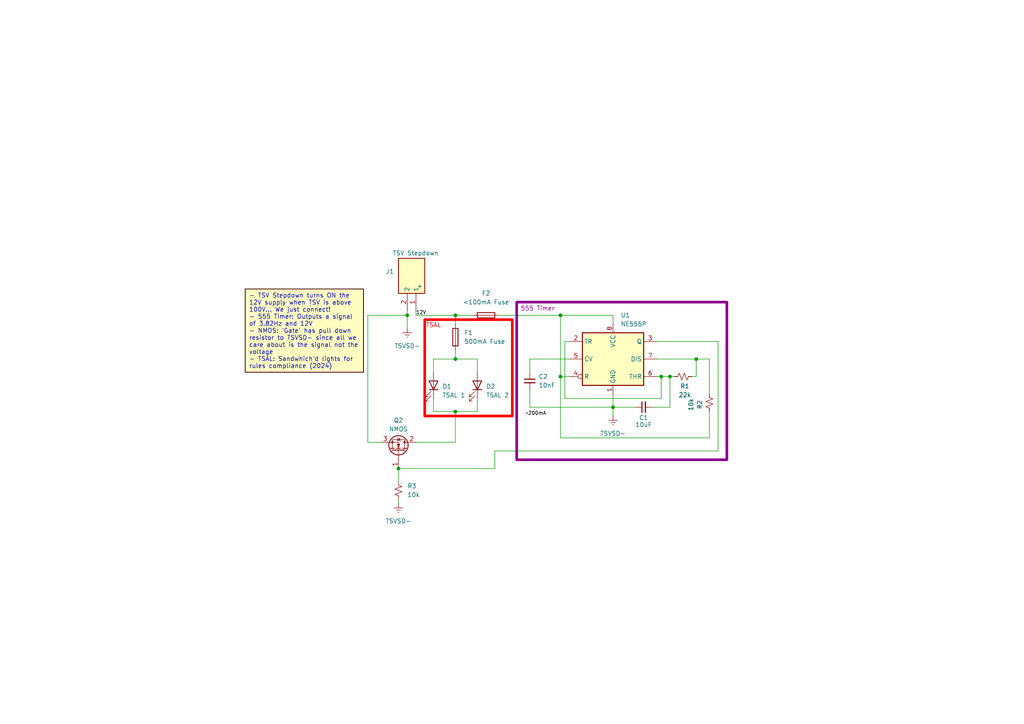
<source format=kicad_sch>
(kicad_sch (version 20231120) (generator "eeschema") (generator_version "8.0")
  (paper "A4")
  (lib_symbols
    (symbol "39-28-8020:39-28-8020"
      (property "Reference" "J?" (at 16.51 7.62 0))
      (property "Value" "39-28-8020" (at 16.51 5.08 0))
      (symbol "39-28-8020_1_1"
        (rectangle (start 5.08 2.54) (end 15.24 -5.08) (stroke (width 0.254)) (fill (type background)))
        (text "+" (at 7.112 1.016 0) (effects (font (size 1.27 1.27))))
        (pin passive line (at 0 0 0) (length 5.08) (name "1") (number "1"))
        (pin passive line (at 0 -2.54 0) (length 5.08) (name "2") (number "2"))
      )
    )
    (symbol "Device:C_Small" (pin_numbers hide) (pin_names (offset 0.254) hide)
      (property "Reference" "C" (at 0.254 1.778 0))
      (property "Value" "C_Small" (at 0.254 -2.032 0))
      (symbol "C_Small_0_1"
        (polyline (pts (xy -1.524 -0.508) (xy 1.524 -0.508)) (stroke (width 0.3302)))
        (polyline (pts (xy -1.524 0.508) (xy 1.524 0.508)) (stroke (width 0.3048)))
      )
      (symbol "C_Small_1_1"
        (pin passive line (at 0 2.54 270) (length 2.032) (name "~") (number "1"))
        (pin passive line (at 0 -2.54 90) (length 2.032) (name "~") (number "2"))
      )
    )
    (symbol "Device:Fuse" (pin_numbers hide) (pin_names (offset 0))
      (property "Reference" "F" (at 2.032 0 90))
      (property "Value" "Fuse" (at -1.905 0 90))
      (symbol "Fuse_0_1"
        (rectangle (start -0.762 -2.54) (end 0.762 2.54) (stroke (width 0.254)))
        (polyline (pts (xy 0 2.54) (xy 0 -2.54)))
      )
      (symbol "Fuse_1_1"
        (pin passive line (at 0 3.81 270) (length 1.27) (name "~") (number "1"))
        (pin passive line (at 0 -3.81 90) (length 1.27) (name "~") (number "2"))
      )
    )
    (symbol "Device:LED" (pin_numbers hide) (pin_names (offset 1.016) hide)
      (property "Reference" "D" (at 0 2.54 0))
      (property "Value" "LED" (at 0 -2.54 0))
      (symbol "LED_0_1"
        (polyline (pts (xy -1.27 -1.27) (xy -1.27 1.27)) (stroke (width 0.254)))
        (polyline (pts (xy -1.27 0) (xy 1.27 0)))
        (polyline (pts (xy 1.27 -1.27) (xy 1.27 1.27) (xy -1.27 0) (xy 1.27 -1.27)) (stroke (width 0.254)))
        (polyline (pts (xy -3.048 -0.762) (xy -4.572 -2.286) (xy -3.81 -2.286) (xy -4.572 -2.286) (xy -4.572 -1.524)))
        (polyline (pts (xy -1.778 -0.762) (xy -3.302 -2.286) (xy -2.54 -2.286) (xy -3.302 -2.286) (xy -3.302 -1.524)))
      )
      (symbol "LED_1_1"
        (pin passive line (at -3.81 0 0) (length 2.54) (name "K") (number "1"))
        (pin passive line (at 3.81 0 180) (length 2.54) (name "A") (number "2"))
      )
    )
    (symbol "Device:Q_NMOS_GDS" (pin_names (offset 0) hide)
      (property "Reference" "Q" (at 5.08 1.27 0))
      (property "Value" "Q_NMOS_GDS" (at 5.08 -1.27 0))
      (symbol "Q_NMOS_GDS_0_1"
        (polyline (pts (xy 0.254 0) (xy -2.54 0)))
        (polyline (pts (xy 0.254 1.905) (xy 0.254 -1.905)) (stroke (width 0.254)))
        (polyline (pts (xy 0.762 -1.27) (xy 0.762 -2.286)) (stroke (width 0.254)))
        (polyline (pts (xy 0.762 0.508) (xy 0.762 -0.508)) (stroke (width 0.254)))
        (polyline (pts (xy 0.762 2.286) (xy 0.762 1.27)) (stroke (width 0.254)))
        (polyline (pts (xy 2.54 2.54) (xy 2.54 1.778)))
        (polyline (pts (xy 2.54 -2.54) (xy 2.54 0) (xy 0.762 0)))
        (polyline (pts (xy 0.762 -1.778) (xy 3.302 -1.778) (xy 3.302 1.778) (xy 0.762 1.778)))
        (polyline (pts (xy 1.016 0) (xy 2.032 0.381) (xy 2.032 -0.381) (xy 1.016 0)) (fill (type outline)))
        (polyline (pts (xy 2.794 0.508) (xy 2.921 0.381) (xy 3.683 0.381) (xy 3.81 0.254)))
        (polyline (pts (xy 3.302 0.381) (xy 2.921 -0.254) (xy 3.683 -0.254) (xy 3.302 0.381)))
        (circle (center 1.651 0) (radius 2.794) (stroke (width 0.254)))
        (circle (center 2.54 -1.778) (radius 0.254) (fill (type outline)))
        (circle (center 2.54 1.778) (radius 0.254) (fill (type outline)))
      )
      (symbol "Q_NMOS_GDS_1_1"
        (pin input line (at -5.08 0 0) (length 2.54) (name "G") (number "1"))
        (pin passive line (at 2.54 5.08 270) (length 2.54) (name "D") (number "2"))
        (pin passive line (at 2.54 -5.08 90) (length 2.54) (name "S") (number "3"))
      )
    )
    (symbol "Device:R_Small_US" (pin_numbers hide) (pin_names (offset 0.254) hide)
      (property "Reference" "R" (at 0.762 0.508 0))
      (property "Value" "R_Small_US" (at 0.762 -1.016 0))
      (symbol "R_Small_US_1_1"
        (polyline (pts (xy 0 0) (xy 1.016 -0.381) (xy 0 -0.762) (xy -1.016 -1.143) (xy 0 -1.524)))
        (polyline (pts (xy 0 1.524) (xy 1.016 1.143) (xy 0 0.762) (xy -1.016 0.381) (xy 0 0)))
        (pin passive line (at 0 2.54 270) (length 1.016) (name "~") (number "1"))
        (pin passive line (at 0 -2.54 90) (length 1.016) (name "~") (number "2"))
      )
    )
    (symbol "Timer:NE555P"
      (property "Reference" "U" (at -10.16 8.89 0))
      (property "Value" "NE555P" (at 2.54 8.89 0))
      (symbol "NE555P_0_0"
        (pin power_in line (at 0 -10.16 90) (length 2.54) (name "GND") (number "1"))
        (pin power_in line (at 0 10.16 270) (length 2.54) (name "VCC") (number "8"))
      )
      (symbol "NE555P_0_1"
        (rectangle (start -8.89 -7.62) (end 8.89 7.62) (stroke (width 0.254)) (fill (type background)))
        (rectangle (start -8.89 -7.62) (end 8.89 7.62) (stroke (width 0.254)) (fill (type background)))
      )
      (symbol "NE555P_1_1"
        (pin input line (at -12.7 5.08 0) (length 3.81) (name "TR") (number "2"))
        (pin output line (at 12.7 5.08 180) (length 3.81) (name "Q") (number "3"))
        (pin input inverted (at -12.7 -5.08 0) (length 3.81) (name "R") (number "4"))
        (pin input line (at -12.7 0 0) (length 3.81) (name "CV") (number "5"))
        (pin input line (at 12.7 -5.08 180) (length 3.81) (name "THR") (number "6"))
        (pin input line (at 12.7 0 180) (length 3.81) (name "DIS") (number "7"))
      )
    )
    (symbol "power:GNDREF" (power) (pin_numbers hide) (pin_names (offset 0) hide)
      (property "Value" "GNDREF" (at 0 -3.81 0))
      (symbol "GNDREF_0_1"
        (polyline (pts (xy -0.635 -1.905) (xy 0.635 -1.905)))
        (polyline (pts (xy -0.127 -2.54) (xy 0.127 -2.54)))
        (polyline (pts (xy 0 -1.27) (xy 0 0)))
        (polyline (pts (xy 1.27 -1.27) (xy -1.27 -1.27)))
      )
      (symbol "GNDREF_1_1"
        (pin power_in line (at 0 0 270) (length 0) (name "~") (number "1"))
      )
    )
  )
  (junction (at 118.11 91.44))
  (junction (at 201.93 104.14))
  (junction (at 115.57 135.89))
  (junction (at 162.56 109.22))
  (junction (at 132.08 119.38))
  (junction (at 194.31 109.22))
  (junction (at 132.08 104.14))
  (junction (at 177.8 118.11))
  (junction (at 162.56 91.44))
  (junction (at 191.77 109.22))
  (junction (at 132.08 91.44))
  (wire (pts (xy 190.5 104.14) (xy 201.93 104.14)))
  (wire (pts (xy 208.28 99.06) (xy 208.28 130.81)))
  (wire (pts (xy 106.68 91.44) (xy 118.11 91.44)))
  (wire (pts (xy 163.83 115.57) (xy 191.77 115.57)))
  (wire (pts (xy 153.67 104.14) (xy 153.67 107.95)))
  (wire (pts (xy 163.83 99.06) (xy 163.83 115.57)))
  (wire (pts (xy 125.73 115.57) (xy 125.73 119.38)))
  (wire (pts (xy 132.08 119.38) (xy 138.43 119.38)))
  (wire (pts (xy 165.1 99.06) (xy 163.83 99.06)))
  (wire (pts (xy 153.67 113.03) (xy 153.67 118.11)))
  (wire (pts (xy 138.43 104.14) (xy 138.43 107.95)))
  (wire (pts (xy 118.11 90.17) (xy 118.11 91.44)))
  (wire (pts (xy 118.11 91.44) (xy 118.11 95.25)))
  (wire (pts (xy 132.08 119.38) (xy 132.08 128.27)))
  (wire (pts (xy 205.74 104.14) (xy 205.74 114.3)))
  (wire (pts (xy 120.65 128.27) (xy 132.08 128.27)))
  (wire (pts (xy 125.73 119.38) (xy 132.08 119.38)))
  (wire (pts (xy 201.93 109.22) (xy 200.66 109.22)))
  (wire (pts (xy 115.57 135.89) (xy 143.51 135.89)))
  (wire (pts (xy 132.08 91.44) (xy 132.08 93.98)))
  (wire (pts (xy 132.08 91.44) (xy 137.16 91.44)))
  (wire (pts (xy 120.65 91.44) (xy 132.08 91.44)))
  (wire (pts (xy 191.77 109.22) (xy 191.77 115.57)))
  (wire (pts (xy 191.77 109.22) (xy 194.31 109.22)))
  (wire (pts (xy 195.58 109.22) (xy 194.31 109.22)))
  (wire (pts (xy 115.57 135.89) (xy 115.57 139.7)))
  (wire (pts (xy 115.57 146.05) (xy 115.57 144.78)))
  (wire (pts (xy 106.68 128.27) (xy 106.68 91.44)))
  (wire (pts (xy 162.56 109.22) (xy 162.56 91.44)))
  (wire (pts (xy 177.8 114.3) (xy 177.8 118.11)))
  (wire (pts (xy 201.93 104.14) (xy 205.74 104.14)))
  (wire (pts (xy 189.23 118.11) (xy 194.31 118.11)))
  (wire (pts (xy 190.5 99.06) (xy 208.28 99.06)))
  (wire (pts (xy 194.31 109.22) (xy 194.31 118.11)))
  (wire (pts (xy 205.74 127) (xy 162.56 127)))
  (wire (pts (xy 138.43 115.57) (xy 138.43 119.38)))
  (wire (pts (xy 143.51 130.81) (xy 143.51 135.89)))
  (wire (pts (xy 177.8 118.11) (xy 184.15 118.11)))
  (wire (pts (xy 162.56 109.22) (xy 165.1 109.22)))
  (wire (pts (xy 205.74 119.38) (xy 205.74 127)))
  (wire (pts (xy 144.78 91.44) (xy 162.56 91.44)))
  (wire (pts (xy 132.08 104.14) (xy 138.43 104.14)))
  (wire (pts (xy 110.49 128.27) (xy 106.68 128.27)))
  (wire (pts (xy 177.8 91.44) (xy 177.8 93.98)))
  (wire (pts (xy 143.51 130.81) (xy 208.28 130.81)))
  (wire (pts (xy 162.56 91.44) (xy 177.8 91.44)))
  (wire (pts (xy 191.77 109.22) (xy 190.5 109.22)))
  (wire (pts (xy 165.1 104.14) (xy 153.67 104.14)))
  (wire (pts (xy 153.67 118.11) (xy 177.8 118.11)))
  (wire (pts (xy 132.08 101.6) (xy 132.08 104.14)))
  (wire (pts (xy 201.93 104.14) (xy 201.93 109.22)))
  (wire (pts (xy 125.73 104.14) (xy 125.73 107.95)))
  (wire (pts (xy 125.73 104.14) (xy 132.08 104.14)))
  (wire (pts (xy 177.8 118.11) (xy 177.8 120.65)))
  (wire (pts (xy 162.56 127) (xy 162.56 109.22)))
  (wire (pts (xy 120.65 90.17) (xy 120.65 91.44)))
  (rectangle (start 123.19 92.71) (end 148.59 120.65) (stroke (width 0.762) (color 255 0 0 1)))
  (rectangle (start 149.86 87.63) (end 210.82 133.35) (stroke (width 0.762) (color 132 0 132 1)))
  (text_box "- TSV Stepdown turns ON the 12V supply when TSV is above 100V... We just connect!\n- 555 Timer: Outputs a signal of 3.82Hz and 12V\n- NMOS: 'Gate' has pull down resistor to TSVSD- since all we care about is the signal not the voltage\n- TSAL: Sandwhich'd lights for rules compliance (2024)" (at 71.12 83.82 0) (size 34.29 24.13) (stroke (width 0.254) (color 72 0 0 1)) (fill (type color) (color 255 255 194 1)) (effects (font (size 1.27 1.27)) (justify left top)))
  (text "555 Timer" (at 155.956 89.662 0) (effects (font (size 1.27 1.27))))
  (text "TSAL" (at 125.73 94.488 0) (effects (font (size 1.27 1.27))))
  (label "12V" (at 120.65 91.44 0) (effects (font (size 1.016 1.016))))
  (label "~200mA" (at 152.4 120.65 0) (effects (font (size 1.016 1.016))))
  (symbol (lib_id "power:GNDREF") (at 115.57 146.05 0) (unit 1)
    (property "Reference" "#PWR02" (effects (hide yes)))
    (property "Value" "TSVSD-" (at 115.57 151.13 0))
    (property "Description" "Power symbol creates a global label with name \"GNDREF\" , reference supply ground" (effects (hide yes)))
  )
  (symbol (lib_id "Device:Fuse") (at 140.97 91.44 90) (unit 1)
    (property "Reference" "F2" (at 140.97 85.09 90))
    (property "Value" "<100mA Fuse" (at 140.97 87.63 90))
    (property "Footprint" "Fuse:Fuseholder_Cylinder-5x20mm_Schurter_0031_8201_Horizontal_Open" (effects (hide yes)))
    (property "Description" "Fuse" (effects (hide yes)))
  )
  (symbol (lib_id "39-28-8020:39-28-8020") (at 120.65 90.17 270) (mirror x) (unit 1)
    (property "Reference" "J1" (at 114.3 78.7399 90) (effects (justify right)))
    (property "Value" "TSV Stepdown" (at 127.254 73.406 90) (effects (justify right)))
    (property "Footprint" "Connector_Molex:Molex_Mini-Fit_Jr_5566-02A_2x01_P4.20mm_Vertical" (effects (hide yes)))
    (property "Datasheet" "https://www.molex.com/pdm_docs/sd/039281023_sd.pdf" (effects (hide yes)))
    (property "Description" "Header 4.20mm, dual row, vert, 2w, (sn) Molex MINI-FIT JR. Series, Series Number 5566, 4.2mm Pitch 2 Way 2 Row Shrouded Straight PCB Header, Through Hole" (effects (hide yes)))
    (property "Height" "12.8" (effects (hide yes)))
    (property "Mouser Part Number" "538-39-28-8020" (effects (hide yes)))
    (property "Mouser Price/Stock" "https://www.mouser.co.uk/ProductDetail/Molex/39-28-8020?qs=ZZBj1wiNDbnzWLcHr%2Fqwqw%3D%3D" (effects (hide yes)))
    (property "Manufacturer_Name" "Molex" (effects (hide yes)))
    (property "Manufacturer_Part_Number" "39-28-8020" (effects (hide yes)))
  )
  (symbol (lib_id "Device:R_Small_US") (at 115.57 142.24 0) (unit 1)
    (property "Reference" "R3" (at 118.11 140.9699 0) (effects (justify left)))
    (property "Value" "10k" (at 118.11 143.5099 0) (effects (justify left)))
    (property "Footprint" "Motorsport_Footprints:R_Axial_DIN0207_L6.3mm_D2.5mm_P7.62mm_Horizontal_Motorsport" (effects (hide yes)))
    (property "Description" "Resistor, small US symbol" (effects (hide yes)))
  )
  (symbol (lib_id "Device:C_Small") (at 186.69 118.11 90) (unit 1)
    (property "Reference" "C1" (at 186.69 121.158 90))
    (property "Value" "10uF" (at 186.69 123.19 90))
    (property "Footprint" "Capacitor_THT:CP_Radial_Tantal_D5.5mm_P5.00mm" (effects (hide yes)))
    (property "Description" "Unpolarized capacitor, small symbol" (effects (hide yes)))
  )
  (symbol (lib_id "Device:Q_NMOS_GDS") (at 115.57 130.81 270) (mirror x) (unit 1)
    (property "Reference" "Q2" (at 115.57 121.92 90))
    (property "Value" "NMOS" (at 115.57 124.46 90))
    (property "Footprint" "Motorsport_Footprints:FQ30N06L_Motorsport" (effects (hide yes)))
    (property "Description" "N-MOSFET transistor, gate/drain/source" (effects (hide yes)))
    (property "Sim.Device" "NMOS" (effects (hide yes)))
    (property "Sim.Type" "VDMOS" (effects (hide yes)))
    (property "Sim.Pins" "1=G 2=D 3=S" (effects (hide yes)))
  )
  (symbol (lib_id "Device:C_Small") (at 153.67 110.49 0) (unit 1)
    (property "Reference" "C2" (at 156.21 109.2262 0) (effects (justify left)))
    (property "Value" "10nF" (at 156.21 111.7662 0) (effects (justify left)))
    (property "Footprint" "Capacitor_THT:CP_Radial_Tantal_D5.5mm_P5.00mm" (effects (hide yes)))
    (property "Description" "Unpolarized capacitor, small symbol" (effects (hide yes)))
  )
  (symbol (lib_id "Timer:NE555P") (at 177.8 104.14 0) (unit 1)
    (property "Reference" "U1" (at 179.9941 91.44 0) (effects (justify left)))
    (property "Value" "NE555P" (at 179.9941 93.98 0) (effects (justify left)))
    (property "Footprint" "Package_DIP:DIP-8_W7.62mm" (effects (hide yes)))
    (property "Datasheet" "http://www.ti.com/lit/ds/symlink/ne555.pdf" (effects (hide yes)))
    (property "Description" "Precision Timers, 555 compatible,  PDIP-8" (effects (hide yes)))
  )
  (symbol (lib_id "Device:R_Small_US") (at 198.12 109.22 90) (unit 1)
    (property "Reference" "R1" (at 198.628 112.014 90))
    (property "Value" "22k" (at 198.628 114.554 90))
    (property "Footprint" "Motorsport_Footprints:R_Axial_DIN0207_L6.3mm_D2.5mm_P7.62mm_Horizontal_Motorsport" (effects (hide yes)))
    (property "Description" "Resistor, small US symbol" (effects (hide yes)))
  )
  (symbol (lib_id "Device:Fuse") (at 132.08 97.79 0) (unit 1)
    (property "Reference" "F1" (at 134.62 96.5199 0) (effects (justify left)))
    (property "Value" "500mA Fuse" (at 134.62 99.0599 0) (effects (justify left)))
    (property "Footprint" "Fuse:Fuseholder_Cylinder-5x20mm_Schurter_0031_8201_Horizontal_Open" (effects (hide yes)))
    (property "Description" "Fuse" (effects (hide yes)))
  )
  (symbol (lib_id "Device:R_Small_US") (at 205.74 116.84 0) (unit 1)
    (property "Reference" "R2" (at 202.946 117.348 90))
    (property "Value" "10k" (at 200.406 117.348 90))
    (property "Footprint" "Motorsport_Footprints:R_Axial_DIN0207_L6.3mm_D2.5mm_P7.62mm_Horizontal_Motorsport" (effects (hide yes)))
    (property "Description" "Resistor, small US symbol" (effects (hide yes)))
  )
  (symbol (lib_id "power:GNDREF") (at 177.8 120.65 0) (unit 1)
    (property "Reference" "#PWR04" (effects (hide yes)))
    (property "Value" "TSVSD-" (at 177.8 125.73 0))
    (property "Description" "Power symbol creates a global label with name \"GNDREF\" , reference supply ground" (effects (hide yes)))
  )
  (symbol (lib_id "power:GNDREF") (at 118.11 95.25 0) (unit 1)
    (property "Reference" "#PWR01" (effects (hide yes)))
    (property "Value" "TSVSD-" (at 118.11 100.33 0))
    (property "Description" "Power symbol creates a global label with name \"GNDREF\" , reference supply ground" (effects (hide yes)))
  )
  (symbol (lib_id "Device:LED") (at 125.73 111.76 270) (mirror x) (unit 1)
    (property "Reference" "D1" (at 128.27 112.0774 90) (effects (justify left)))
    (property "Value" "TSAL 1" (at 128.27 114.6174 90) (effects (justify left)))
    (property "Footprint" "Motorsport_Footprints:U-Lite" (effects (hide yes)))
    (property "Description" "Light emitting diode" (effects (hide yes)))
  )
  (symbol (lib_id "Device:LED") (at 138.43 111.76 270) (mirror x) (unit 1)
    (property "Reference" "D2" (at 140.97 112.0774 90) (effects (justify left)))
    (property "Value" "TSAL 2" (at 140.97 114.6174 90) (effects (justify left)))
    (property "Footprint" "Motorsport_Footprints:U-Lite" (effects (hide yes)))
    (property "Description" "Light emitting diode" (effects (hide yes)))
  )
)
</source>
